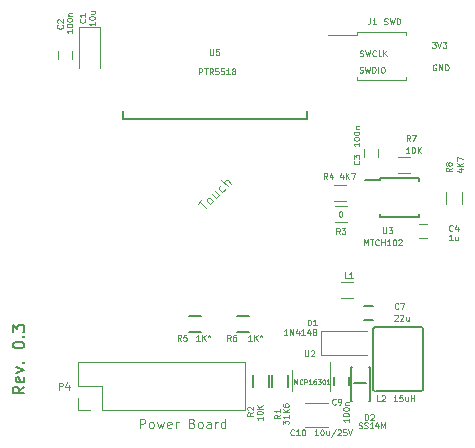
<source format=gto>
%TF.GenerationSoftware,KiCad,Pcbnew,no-vcs-found-6573a43~60~ubuntu16.04.1*%
%TF.CreationDate,2017-10-02T18:35:18+03:00*%
%TF.ProjectId,livolo_1_channel_1way_eu_switch,6C69766F6C6F5F315F6368616E6E656C,rev?*%
%TF.SameCoordinates,Original*%
%TF.FileFunction,Legend,Top*%
%TF.FilePolarity,Positive*%
%FSLAX46Y46*%
G04 Gerber Fmt 4.6, Leading zero omitted, Abs format (unit mm)*
G04 Created by KiCad (PCBNEW no-vcs-found-6573a43~60~ubuntu16.04.1) date Mon Oct  2 18:35:18 2017*
%MOMM*%
%LPD*%
G01*
G04 APERTURE LIST*
%ADD10C,0.200000*%
%ADD11C,0.100000*%
%ADD12C,0.120000*%
%ADD13C,0.150000*%
%ADD14R,2.000000X1.000000*%
%ADD15R,2.500000X0.812800*%
%ADD16R,4.000000X2.000000*%
%ADD17R,1.200000X2.000000*%
%ADD18R,1.200000X1.400000*%
%ADD19R,0.900000X1.200000*%
%ADD20R,0.650000X1.060000*%
%ADD21C,1.500000*%
%ADD22R,1.200000X0.750000*%
%ADD23R,0.750000X1.200000*%
%ADD24R,1.200000X0.900000*%
%ADD25R,0.500000X0.900000*%
%ADD26O,1.350000X1.350000*%
%ADD27R,1.350000X1.350000*%
%ADD28R,1.260000X1.750000*%
%ADD29R,1.000000X1.600000*%
%ADD30R,1.450000X0.450000*%
G04 APERTURE END LIST*
D10*
X126052380Y-108609523D02*
X125576190Y-108942857D01*
X126052380Y-109180952D02*
X125052380Y-109180952D01*
X125052380Y-108800000D01*
X125100000Y-108704761D01*
X125147619Y-108657142D01*
X125242857Y-108609523D01*
X125385714Y-108609523D01*
X125480952Y-108657142D01*
X125528571Y-108704761D01*
X125576190Y-108800000D01*
X125576190Y-109180952D01*
X126004761Y-107800000D02*
X126052380Y-107895238D01*
X126052380Y-108085714D01*
X126004761Y-108180952D01*
X125909523Y-108228571D01*
X125528571Y-108228571D01*
X125433333Y-108180952D01*
X125385714Y-108085714D01*
X125385714Y-107895238D01*
X125433333Y-107800000D01*
X125528571Y-107752380D01*
X125623809Y-107752380D01*
X125719047Y-108228571D01*
X125385714Y-107419047D02*
X126052380Y-107180952D01*
X125385714Y-106942857D01*
X125957142Y-106561904D02*
X126004761Y-106514285D01*
X126052380Y-106561904D01*
X126004761Y-106609523D01*
X125957142Y-106561904D01*
X126052380Y-106561904D01*
X125052380Y-105133333D02*
X125052380Y-105038095D01*
X125100000Y-104942857D01*
X125147619Y-104895238D01*
X125242857Y-104847619D01*
X125433333Y-104800000D01*
X125671428Y-104800000D01*
X125861904Y-104847619D01*
X125957142Y-104895238D01*
X126004761Y-104942857D01*
X126052380Y-105038095D01*
X126052380Y-105133333D01*
X126004761Y-105228571D01*
X125957142Y-105276190D01*
X125861904Y-105323809D01*
X125671428Y-105371428D01*
X125433333Y-105371428D01*
X125242857Y-105323809D01*
X125147619Y-105276190D01*
X125100000Y-105228571D01*
X125052380Y-105133333D01*
X125957142Y-104371428D02*
X126004761Y-104323809D01*
X126052380Y-104371428D01*
X126004761Y-104419047D01*
X125957142Y-104371428D01*
X126052380Y-104371428D01*
X125052380Y-103990476D02*
X125052380Y-103371428D01*
X125433333Y-103704761D01*
X125433333Y-103561904D01*
X125480952Y-103466666D01*
X125528571Y-103419047D01*
X125623809Y-103371428D01*
X125861904Y-103371428D01*
X125957142Y-103419047D01*
X126004761Y-103466666D01*
X126052380Y-103561904D01*
X126052380Y-103847619D01*
X126004761Y-103942857D01*
X125957142Y-103990476D01*
D11*
X154440476Y-82002380D02*
X154511904Y-82026190D01*
X154630952Y-82026190D01*
X154678571Y-82002380D01*
X154702380Y-81978571D01*
X154726190Y-81930952D01*
X154726190Y-81883333D01*
X154702380Y-81835714D01*
X154678571Y-81811904D01*
X154630952Y-81788095D01*
X154535714Y-81764285D01*
X154488095Y-81740476D01*
X154464285Y-81716666D01*
X154440476Y-81669047D01*
X154440476Y-81621428D01*
X154464285Y-81573809D01*
X154488095Y-81550000D01*
X154535714Y-81526190D01*
X154654761Y-81526190D01*
X154726190Y-81550000D01*
X154892857Y-81526190D02*
X155011904Y-82026190D01*
X155107142Y-81669047D01*
X155202380Y-82026190D01*
X155321428Y-81526190D01*
X155511904Y-82026190D02*
X155511904Y-81526190D01*
X155630952Y-81526190D01*
X155702380Y-81550000D01*
X155750000Y-81597619D01*
X155773809Y-81645238D01*
X155797619Y-81740476D01*
X155797619Y-81811904D01*
X155773809Y-81907142D01*
X155750000Y-81954761D01*
X155702380Y-82002380D01*
X155630952Y-82026190D01*
X155511904Y-82026190D01*
X156011904Y-82026190D02*
X156011904Y-81526190D01*
X156345238Y-81526190D02*
X156440476Y-81526190D01*
X156488095Y-81550000D01*
X156535714Y-81597619D01*
X156559523Y-81692857D01*
X156559523Y-81859523D01*
X156535714Y-81954761D01*
X156488095Y-82002380D01*
X156440476Y-82026190D01*
X156345238Y-82026190D01*
X156297619Y-82002380D01*
X156250000Y-81954761D01*
X156226190Y-81859523D01*
X156226190Y-81692857D01*
X156250000Y-81597619D01*
X156297619Y-81550000D01*
X156345238Y-81526190D01*
X160919047Y-81350000D02*
X160871428Y-81326190D01*
X160800000Y-81326190D01*
X160728571Y-81350000D01*
X160680952Y-81397619D01*
X160657142Y-81445238D01*
X160633333Y-81540476D01*
X160633333Y-81611904D01*
X160657142Y-81707142D01*
X160680952Y-81754761D01*
X160728571Y-81802380D01*
X160800000Y-81826190D01*
X160847619Y-81826190D01*
X160919047Y-81802380D01*
X160942857Y-81778571D01*
X160942857Y-81611904D01*
X160847619Y-81611904D01*
X161157142Y-81826190D02*
X161157142Y-81326190D01*
X161442857Y-81826190D01*
X161442857Y-81326190D01*
X161680952Y-81826190D02*
X161680952Y-81326190D01*
X161800000Y-81326190D01*
X161871428Y-81350000D01*
X161919047Y-81397619D01*
X161942857Y-81445238D01*
X161966666Y-81540476D01*
X161966666Y-81611904D01*
X161942857Y-81707142D01*
X161919047Y-81754761D01*
X161871428Y-81802380D01*
X161800000Y-81826190D01*
X161680952Y-81826190D01*
X154469047Y-80602380D02*
X154540476Y-80626190D01*
X154659523Y-80626190D01*
X154707142Y-80602380D01*
X154730952Y-80578571D01*
X154754761Y-80530952D01*
X154754761Y-80483333D01*
X154730952Y-80435714D01*
X154707142Y-80411904D01*
X154659523Y-80388095D01*
X154564285Y-80364285D01*
X154516666Y-80340476D01*
X154492857Y-80316666D01*
X154469047Y-80269047D01*
X154469047Y-80221428D01*
X154492857Y-80173809D01*
X154516666Y-80150000D01*
X154564285Y-80126190D01*
X154683333Y-80126190D01*
X154754761Y-80150000D01*
X154921428Y-80126190D02*
X155040476Y-80626190D01*
X155135714Y-80269047D01*
X155230952Y-80626190D01*
X155350000Y-80126190D01*
X155826190Y-80578571D02*
X155802380Y-80602380D01*
X155730952Y-80626190D01*
X155683333Y-80626190D01*
X155611904Y-80602380D01*
X155564285Y-80554761D01*
X155540476Y-80507142D01*
X155516666Y-80411904D01*
X155516666Y-80340476D01*
X155540476Y-80245238D01*
X155564285Y-80197619D01*
X155611904Y-80150000D01*
X155683333Y-80126190D01*
X155730952Y-80126190D01*
X155802380Y-80150000D01*
X155826190Y-80173809D01*
X156278571Y-80626190D02*
X156040476Y-80626190D01*
X156040476Y-80126190D01*
X156445238Y-80626190D02*
X156445238Y-80126190D01*
X156730952Y-80626190D02*
X156516666Y-80340476D01*
X156730952Y-80126190D02*
X156445238Y-80411904D01*
X160580952Y-79426190D02*
X160890476Y-79426190D01*
X160723809Y-79616666D01*
X160795238Y-79616666D01*
X160842857Y-79640476D01*
X160866666Y-79664285D01*
X160890476Y-79711904D01*
X160890476Y-79830952D01*
X160866666Y-79878571D01*
X160842857Y-79902380D01*
X160795238Y-79926190D01*
X160652380Y-79926190D01*
X160604761Y-79902380D01*
X160580952Y-79878571D01*
X161033333Y-79426190D02*
X161200000Y-79926190D01*
X161366666Y-79426190D01*
X161485714Y-79426190D02*
X161795238Y-79426190D01*
X161628571Y-79616666D01*
X161700000Y-79616666D01*
X161747619Y-79640476D01*
X161771428Y-79664285D01*
X161795238Y-79711904D01*
X161795238Y-79830952D01*
X161771428Y-79878571D01*
X161747619Y-79902380D01*
X161700000Y-79926190D01*
X161557142Y-79926190D01*
X161509523Y-79902380D01*
X161485714Y-79878571D01*
D12*
X151775000Y-78800000D02*
X154215000Y-78800000D01*
X158335000Y-82660000D02*
X158335000Y-82400000D01*
X154215000Y-82660000D02*
X158335000Y-82660000D01*
X154215000Y-82400000D02*
X154215000Y-82660000D01*
X158335000Y-78540000D02*
X158335000Y-78800000D01*
X154215000Y-78540000D02*
X158335000Y-78540000D01*
X154215000Y-78800000D02*
X154215000Y-78540000D01*
D13*
X134374400Y-85929200D02*
X134374400Y-85270074D01*
X149995400Y-85929200D02*
X134374156Y-85929200D01*
X149995400Y-85294200D02*
X149995400Y-85929707D01*
X155600000Y-108875000D02*
X155775000Y-109000000D01*
X159800000Y-108850000D02*
X159675000Y-109000000D01*
X159675000Y-109000000D02*
X155800000Y-109000000D01*
X159800000Y-103650000D02*
X159600000Y-103550000D01*
X159800000Y-108850000D02*
X159800000Y-103650000D01*
X155800000Y-103550000D02*
X159600000Y-103550000D01*
X155600000Y-108875000D02*
X155600000Y-103675000D01*
X155600000Y-103675000D02*
X155800000Y-103550000D01*
D10*
X155000000Y-108300000D02*
X154000000Y-108300000D01*
D13*
X155300000Y-109800000D02*
X155200000Y-109800000D01*
X155300000Y-106900000D02*
X155300000Y-109800000D01*
X153700000Y-106900000D02*
X153700000Y-109801723D01*
X153800000Y-109800000D02*
X153700000Y-109800000D01*
X153800000Y-106900000D02*
X153700000Y-106900000D01*
X155300000Y-106900000D02*
X155200000Y-106900000D01*
X145425000Y-108600000D02*
X145425000Y-107600000D01*
X146775000Y-107600000D02*
X146775000Y-108600000D01*
D12*
X151910000Y-109000000D02*
X151910000Y-106550000D01*
X148690000Y-107200000D02*
X148690000Y-109000000D01*
D13*
X154850000Y-101800000D02*
X155550000Y-101800000D01*
X155550000Y-103000000D02*
X154850000Y-103000000D01*
X152300000Y-108450000D02*
X152300000Y-107750000D01*
X153500000Y-107750000D02*
X153500000Y-108450000D01*
D12*
X151150000Y-103900000D02*
X155050000Y-103900000D01*
X151150000Y-105900000D02*
X155050000Y-105900000D01*
X151150000Y-103900000D02*
X151150000Y-105900000D01*
D13*
X148375000Y-107600000D02*
X148375000Y-108600000D01*
X147025000Y-108600000D02*
X147025000Y-107600000D01*
X141000000Y-103975000D02*
X140000000Y-103975000D01*
X140000000Y-102625000D02*
X141000000Y-102625000D01*
X144100000Y-102625000D02*
X145100000Y-102625000D01*
X145100000Y-103975000D02*
X144100000Y-103975000D01*
D12*
X153900000Y-101080000D02*
X152900000Y-101080000D01*
X152900000Y-99720000D02*
X153900000Y-99720000D01*
X130590000Y-110610000D02*
X130590000Y-109550000D01*
X131650000Y-110610000D02*
X130590000Y-110610000D01*
X132650000Y-108550000D02*
X132650000Y-110610000D01*
X130590000Y-108550000D02*
X132650000Y-108550000D01*
X130590000Y-106490000D02*
X130590000Y-108550000D01*
X144710000Y-106490000D02*
X130590000Y-106490000D01*
X144710000Y-110610000D02*
X144710000Y-106490000D01*
X132650000Y-110610000D02*
X144710000Y-110610000D01*
X132500000Y-78150000D02*
X130700000Y-78150000D01*
X130700000Y-78150000D02*
X130700000Y-81600000D01*
X132500000Y-78150000D02*
X132500000Y-81600000D01*
X130100000Y-80200000D02*
X130100000Y-80900000D01*
X128900000Y-80900000D02*
X128900000Y-80200000D01*
X149800000Y-112020000D02*
X151800000Y-112020000D01*
X151800000Y-109980000D02*
X149800000Y-109980000D01*
X156000000Y-88450000D02*
X156000000Y-89150000D01*
X154800000Y-89150000D02*
X154800000Y-88450000D01*
X159450000Y-94800000D02*
X160150000Y-94800000D01*
X160150000Y-96000000D02*
X159450000Y-96000000D01*
X152350000Y-93320000D02*
X153350000Y-93320000D01*
X153350000Y-94680000D02*
X152350000Y-94680000D01*
X153300000Y-92880000D02*
X152300000Y-92880000D01*
X152300000Y-91520000D02*
X153300000Y-91520000D01*
X158700000Y-90480000D02*
X157700000Y-90480000D01*
X157700000Y-89120000D02*
X158700000Y-89120000D01*
X161720000Y-93100000D02*
X161720000Y-92100000D01*
X163080000Y-92100000D02*
X163080000Y-93100000D01*
D13*
X156125000Y-91100000D02*
X154875000Y-91100000D01*
X156125000Y-94275000D02*
X159475000Y-94275000D01*
X156125000Y-90925000D02*
X159475000Y-90925000D01*
X156125000Y-94275000D02*
X156125000Y-94025000D01*
X159475000Y-94275000D02*
X159475000Y-94025000D01*
X159475000Y-90925000D02*
X159475000Y-91175000D01*
X156125000Y-90925000D02*
X156125000Y-91100000D01*
D11*
X155333333Y-77426190D02*
X155333333Y-77783333D01*
X155309523Y-77854761D01*
X155261904Y-77902380D01*
X155190476Y-77926190D01*
X155142857Y-77926190D01*
X155833333Y-77926190D02*
X155547619Y-77926190D01*
X155690476Y-77926190D02*
X155690476Y-77426190D01*
X155642857Y-77497619D01*
X155595238Y-77545238D01*
X155547619Y-77569047D01*
X156521428Y-77902380D02*
X156592857Y-77926190D01*
X156711904Y-77926190D01*
X156759523Y-77902380D01*
X156783333Y-77878571D01*
X156807142Y-77830952D01*
X156807142Y-77783333D01*
X156783333Y-77735714D01*
X156759523Y-77711904D01*
X156711904Y-77688095D01*
X156616666Y-77664285D01*
X156569047Y-77640476D01*
X156545238Y-77616666D01*
X156521428Y-77569047D01*
X156521428Y-77521428D01*
X156545238Y-77473809D01*
X156569047Y-77450000D01*
X156616666Y-77426190D01*
X156735714Y-77426190D01*
X156807142Y-77450000D01*
X156973809Y-77426190D02*
X157092857Y-77926190D01*
X157188095Y-77569047D01*
X157283333Y-77926190D01*
X157402380Y-77426190D01*
X157592857Y-77926190D02*
X157592857Y-77426190D01*
X157711904Y-77426190D01*
X157783333Y-77450000D01*
X157830952Y-77497619D01*
X157854761Y-77545238D01*
X157878571Y-77640476D01*
X157878571Y-77711904D01*
X157854761Y-77807142D01*
X157830952Y-77854761D01*
X157783333Y-77902380D01*
X157711904Y-77926190D01*
X157592857Y-77926190D01*
X141765847Y-80016590D02*
X141765847Y-80421352D01*
X141789657Y-80468971D01*
X141813466Y-80492780D01*
X141861085Y-80516590D01*
X141956323Y-80516590D01*
X142003942Y-80492780D01*
X142027752Y-80468971D01*
X142051561Y-80421352D01*
X142051561Y-80016590D01*
X142527752Y-80016590D02*
X142289657Y-80016590D01*
X142265847Y-80254685D01*
X142289657Y-80230876D01*
X142337276Y-80207066D01*
X142456323Y-80207066D01*
X142503942Y-80230876D01*
X142527752Y-80254685D01*
X142551561Y-80302304D01*
X142551561Y-80421352D01*
X142527752Y-80468971D01*
X142503942Y-80492780D01*
X142456323Y-80516590D01*
X142337276Y-80516590D01*
X142289657Y-80492780D01*
X142265847Y-80468971D01*
X140851590Y-82167590D02*
X140851590Y-81667590D01*
X141042066Y-81667590D01*
X141089685Y-81691400D01*
X141113495Y-81715209D01*
X141137304Y-81762828D01*
X141137304Y-81834257D01*
X141113495Y-81881876D01*
X141089685Y-81905685D01*
X141042066Y-81929495D01*
X140851590Y-81929495D01*
X141280161Y-81667590D02*
X141565876Y-81667590D01*
X141423019Y-82167590D02*
X141423019Y-81667590D01*
X142018257Y-82167590D02*
X141851590Y-81929495D01*
X141732542Y-82167590D02*
X141732542Y-81667590D01*
X141923019Y-81667590D01*
X141970638Y-81691400D01*
X141994447Y-81715209D01*
X142018257Y-81762828D01*
X142018257Y-81834257D01*
X141994447Y-81881876D01*
X141970638Y-81905685D01*
X141923019Y-81929495D01*
X141732542Y-81929495D01*
X142470638Y-81667590D02*
X142232542Y-81667590D01*
X142208733Y-81905685D01*
X142232542Y-81881876D01*
X142280161Y-81858066D01*
X142399209Y-81858066D01*
X142446828Y-81881876D01*
X142470638Y-81905685D01*
X142494447Y-81953304D01*
X142494447Y-82072352D01*
X142470638Y-82119971D01*
X142446828Y-82143780D01*
X142399209Y-82167590D01*
X142280161Y-82167590D01*
X142232542Y-82143780D01*
X142208733Y-82119971D01*
X142946828Y-81667590D02*
X142708733Y-81667590D01*
X142684923Y-81905685D01*
X142708733Y-81881876D01*
X142756352Y-81858066D01*
X142875400Y-81858066D01*
X142923019Y-81881876D01*
X142946828Y-81905685D01*
X142970638Y-81953304D01*
X142970638Y-82072352D01*
X142946828Y-82119971D01*
X142923019Y-82143780D01*
X142875400Y-82167590D01*
X142756352Y-82167590D01*
X142708733Y-82143780D01*
X142684923Y-82119971D01*
X143446828Y-82167590D02*
X143161114Y-82167590D01*
X143303971Y-82167590D02*
X143303971Y-81667590D01*
X143256352Y-81739019D01*
X143208733Y-81786638D01*
X143161114Y-81810447D01*
X143732542Y-81881876D02*
X143684923Y-81858066D01*
X143661114Y-81834257D01*
X143637304Y-81786638D01*
X143637304Y-81762828D01*
X143661114Y-81715209D01*
X143684923Y-81691400D01*
X143732542Y-81667590D01*
X143827780Y-81667590D01*
X143875400Y-81691400D01*
X143899209Y-81715209D01*
X143923019Y-81762828D01*
X143923019Y-81786638D01*
X143899209Y-81834257D01*
X143875400Y-81858066D01*
X143827780Y-81881876D01*
X143732542Y-81881876D01*
X143684923Y-81905685D01*
X143661114Y-81929495D01*
X143637304Y-81977114D01*
X143637304Y-82072352D01*
X143661114Y-82119971D01*
X143684923Y-82143780D01*
X143732542Y-82167590D01*
X143827780Y-82167590D01*
X143875400Y-82143780D01*
X143899209Y-82119971D01*
X143923019Y-82072352D01*
X143923019Y-81977114D01*
X143899209Y-81929495D01*
X143875400Y-81905685D01*
X143827780Y-81881876D01*
X156166666Y-109826190D02*
X155928571Y-109826190D01*
X155928571Y-109326190D01*
X156309523Y-109373809D02*
X156333333Y-109350000D01*
X156380952Y-109326190D01*
X156500000Y-109326190D01*
X156547619Y-109350000D01*
X156571428Y-109373809D01*
X156595238Y-109421428D01*
X156595238Y-109469047D01*
X156571428Y-109540476D01*
X156285714Y-109826190D01*
X156595238Y-109826190D01*
X157616666Y-109826190D02*
X157330952Y-109826190D01*
X157473809Y-109826190D02*
X157473809Y-109326190D01*
X157426190Y-109397619D01*
X157378571Y-109445238D01*
X157330952Y-109469047D01*
X158069047Y-109326190D02*
X157830952Y-109326190D01*
X157807142Y-109564285D01*
X157830952Y-109540476D01*
X157878571Y-109516666D01*
X157997619Y-109516666D01*
X158045238Y-109540476D01*
X158069047Y-109564285D01*
X158092857Y-109611904D01*
X158092857Y-109730952D01*
X158069047Y-109778571D01*
X158045238Y-109802380D01*
X157997619Y-109826190D01*
X157878571Y-109826190D01*
X157830952Y-109802380D01*
X157807142Y-109778571D01*
X158521428Y-109492857D02*
X158521428Y-109826190D01*
X158307142Y-109492857D02*
X158307142Y-109754761D01*
X158330952Y-109802380D01*
X158378571Y-109826190D01*
X158450000Y-109826190D01*
X158497619Y-109802380D01*
X158521428Y-109778571D01*
X158759523Y-109826190D02*
X158759523Y-109326190D01*
X158759523Y-109564285D02*
X159045238Y-109564285D01*
X159045238Y-109826190D02*
X159045238Y-109326190D01*
X154880952Y-111426190D02*
X154880952Y-110926190D01*
X155000000Y-110926190D01*
X155071428Y-110950000D01*
X155119047Y-110997619D01*
X155142857Y-111045238D01*
X155166666Y-111140476D01*
X155166666Y-111211904D01*
X155142857Y-111307142D01*
X155119047Y-111354761D01*
X155071428Y-111402380D01*
X155000000Y-111426190D01*
X154880952Y-111426190D01*
X155357142Y-110973809D02*
X155380952Y-110950000D01*
X155428571Y-110926190D01*
X155547619Y-110926190D01*
X155595238Y-110950000D01*
X155619047Y-110973809D01*
X155642857Y-111021428D01*
X155642857Y-111069047D01*
X155619047Y-111140476D01*
X155333333Y-111426190D01*
X155642857Y-111426190D01*
X154357142Y-112102380D02*
X154428571Y-112126190D01*
X154547619Y-112126190D01*
X154595238Y-112102380D01*
X154619047Y-112078571D01*
X154642857Y-112030952D01*
X154642857Y-111983333D01*
X154619047Y-111935714D01*
X154595238Y-111911904D01*
X154547619Y-111888095D01*
X154452380Y-111864285D01*
X154404761Y-111840476D01*
X154380952Y-111816666D01*
X154357142Y-111769047D01*
X154357142Y-111721428D01*
X154380952Y-111673809D01*
X154404761Y-111650000D01*
X154452380Y-111626190D01*
X154571428Y-111626190D01*
X154642857Y-111650000D01*
X154833333Y-112102380D02*
X154904761Y-112126190D01*
X155023809Y-112126190D01*
X155071428Y-112102380D01*
X155095238Y-112078571D01*
X155119047Y-112030952D01*
X155119047Y-111983333D01*
X155095238Y-111935714D01*
X155071428Y-111911904D01*
X155023809Y-111888095D01*
X154928571Y-111864285D01*
X154880952Y-111840476D01*
X154857142Y-111816666D01*
X154833333Y-111769047D01*
X154833333Y-111721428D01*
X154857142Y-111673809D01*
X154880952Y-111650000D01*
X154928571Y-111626190D01*
X155047619Y-111626190D01*
X155119047Y-111650000D01*
X155595238Y-112126190D02*
X155309523Y-112126190D01*
X155452380Y-112126190D02*
X155452380Y-111626190D01*
X155404761Y-111697619D01*
X155357142Y-111745238D01*
X155309523Y-111769047D01*
X156023809Y-111792857D02*
X156023809Y-112126190D01*
X155904761Y-111602380D02*
X155785714Y-111959523D01*
X156095238Y-111959523D01*
X156285714Y-112126190D02*
X156285714Y-111626190D01*
X156452380Y-111983333D01*
X156619047Y-111626190D01*
X156619047Y-112126190D01*
X145426190Y-110783333D02*
X145188095Y-110950000D01*
X145426190Y-111069047D02*
X144926190Y-111069047D01*
X144926190Y-110878571D01*
X144950000Y-110830952D01*
X144973809Y-110807142D01*
X145021428Y-110783333D01*
X145092857Y-110783333D01*
X145140476Y-110807142D01*
X145164285Y-110830952D01*
X145188095Y-110878571D01*
X145188095Y-111069047D01*
X144973809Y-110592857D02*
X144950000Y-110569047D01*
X144926190Y-110521428D01*
X144926190Y-110402380D01*
X144950000Y-110354761D01*
X144973809Y-110330952D01*
X145021428Y-110307142D01*
X145069047Y-110307142D01*
X145140476Y-110330952D01*
X145426190Y-110616666D01*
X145426190Y-110307142D01*
X146226190Y-111145238D02*
X146226190Y-111430952D01*
X146226190Y-111288095D02*
X145726190Y-111288095D01*
X145797619Y-111335714D01*
X145845238Y-111383333D01*
X145869047Y-111430952D01*
X145726190Y-110835714D02*
X145726190Y-110788095D01*
X145750000Y-110740476D01*
X145773809Y-110716666D01*
X145821428Y-110692857D01*
X145916666Y-110669047D01*
X146035714Y-110669047D01*
X146130952Y-110692857D01*
X146178571Y-110716666D01*
X146202380Y-110740476D01*
X146226190Y-110788095D01*
X146226190Y-110835714D01*
X146202380Y-110883333D01*
X146178571Y-110907142D01*
X146130952Y-110930952D01*
X146035714Y-110954761D01*
X145916666Y-110954761D01*
X145821428Y-110930952D01*
X145773809Y-110907142D01*
X145750000Y-110883333D01*
X145726190Y-110835714D01*
X146226190Y-110454761D02*
X145726190Y-110454761D01*
X146226190Y-110169047D02*
X145940476Y-110383333D01*
X145726190Y-110169047D02*
X146011904Y-110454761D01*
X149819047Y-105526190D02*
X149819047Y-105930952D01*
X149842857Y-105978571D01*
X149866666Y-106002380D01*
X149914285Y-106026190D01*
X150009523Y-106026190D01*
X150057142Y-106002380D01*
X150080952Y-105978571D01*
X150104761Y-105930952D01*
X150104761Y-105526190D01*
X150319047Y-105573809D02*
X150342857Y-105550000D01*
X150390476Y-105526190D01*
X150509523Y-105526190D01*
X150557142Y-105550000D01*
X150580952Y-105573809D01*
X150604761Y-105621428D01*
X150604761Y-105669047D01*
X150580952Y-105740476D01*
X150295238Y-106026190D01*
X150604761Y-106026190D01*
X148914285Y-108380952D02*
X148914285Y-107980952D01*
X149047619Y-108266666D01*
X149180952Y-107980952D01*
X149180952Y-108380952D01*
X149600000Y-108342857D02*
X149580952Y-108361904D01*
X149523809Y-108380952D01*
X149485714Y-108380952D01*
X149428571Y-108361904D01*
X149390476Y-108323809D01*
X149371428Y-108285714D01*
X149352380Y-108209523D01*
X149352380Y-108152380D01*
X149371428Y-108076190D01*
X149390476Y-108038095D01*
X149428571Y-108000000D01*
X149485714Y-107980952D01*
X149523809Y-107980952D01*
X149580952Y-108000000D01*
X149600000Y-108019047D01*
X149771428Y-108380952D02*
X149771428Y-107980952D01*
X149923809Y-107980952D01*
X149961904Y-108000000D01*
X149980952Y-108019047D01*
X150000000Y-108057142D01*
X150000000Y-108114285D01*
X149980952Y-108152380D01*
X149961904Y-108171428D01*
X149923809Y-108190476D01*
X149771428Y-108190476D01*
X150380952Y-108380952D02*
X150152380Y-108380952D01*
X150266666Y-108380952D02*
X150266666Y-107980952D01*
X150228571Y-108038095D01*
X150190476Y-108076190D01*
X150152380Y-108095238D01*
X150723809Y-107980952D02*
X150647619Y-107980952D01*
X150609523Y-108000000D01*
X150590476Y-108019047D01*
X150552380Y-108076190D01*
X150533333Y-108152380D01*
X150533333Y-108304761D01*
X150552380Y-108342857D01*
X150571428Y-108361904D01*
X150609523Y-108380952D01*
X150685714Y-108380952D01*
X150723809Y-108361904D01*
X150742857Y-108342857D01*
X150761904Y-108304761D01*
X150761904Y-108209523D01*
X150742857Y-108171428D01*
X150723809Y-108152380D01*
X150685714Y-108133333D01*
X150609523Y-108133333D01*
X150571428Y-108152380D01*
X150552380Y-108171428D01*
X150533333Y-108209523D01*
X150895238Y-107980952D02*
X151142857Y-107980952D01*
X151009523Y-108133333D01*
X151066666Y-108133333D01*
X151104761Y-108152380D01*
X151123809Y-108171428D01*
X151142857Y-108209523D01*
X151142857Y-108304761D01*
X151123809Y-108342857D01*
X151104761Y-108361904D01*
X151066666Y-108380952D01*
X150952380Y-108380952D01*
X150914285Y-108361904D01*
X150895238Y-108342857D01*
X151390476Y-107980952D02*
X151428571Y-107980952D01*
X151466666Y-108000000D01*
X151485714Y-108019047D01*
X151504761Y-108057142D01*
X151523809Y-108133333D01*
X151523809Y-108228571D01*
X151504761Y-108304761D01*
X151485714Y-108342857D01*
X151466666Y-108361904D01*
X151428571Y-108380952D01*
X151390476Y-108380952D01*
X151352380Y-108361904D01*
X151333333Y-108342857D01*
X151314285Y-108304761D01*
X151295238Y-108228571D01*
X151295238Y-108133333D01*
X151314285Y-108057142D01*
X151333333Y-108019047D01*
X151352380Y-108000000D01*
X151390476Y-107980952D01*
X151904761Y-108380952D02*
X151676190Y-108380952D01*
X151790476Y-108380952D02*
X151790476Y-107980952D01*
X151752380Y-108038095D01*
X151714285Y-108076190D01*
X151676190Y-108095238D01*
X157716666Y-101978571D02*
X157692857Y-102002380D01*
X157621428Y-102026190D01*
X157573809Y-102026190D01*
X157502380Y-102002380D01*
X157454761Y-101954761D01*
X157430952Y-101907142D01*
X157407142Y-101811904D01*
X157407142Y-101740476D01*
X157430952Y-101645238D01*
X157454761Y-101597619D01*
X157502380Y-101550000D01*
X157573809Y-101526190D01*
X157621428Y-101526190D01*
X157692857Y-101550000D01*
X157716666Y-101573809D01*
X157883333Y-101526190D02*
X158216666Y-101526190D01*
X158002380Y-102026190D01*
X157392857Y-102573809D02*
X157416666Y-102550000D01*
X157464285Y-102526190D01*
X157583333Y-102526190D01*
X157630952Y-102550000D01*
X157654761Y-102573809D01*
X157678571Y-102621428D01*
X157678571Y-102669047D01*
X157654761Y-102740476D01*
X157369047Y-103026190D01*
X157678571Y-103026190D01*
X157869047Y-102573809D02*
X157892857Y-102550000D01*
X157940476Y-102526190D01*
X158059523Y-102526190D01*
X158107142Y-102550000D01*
X158130952Y-102573809D01*
X158154761Y-102621428D01*
X158154761Y-102669047D01*
X158130952Y-102740476D01*
X157845238Y-103026190D01*
X158154761Y-103026190D01*
X158583333Y-102692857D02*
X158583333Y-103026190D01*
X158369047Y-102692857D02*
X158369047Y-102954761D01*
X158392857Y-103002380D01*
X158440476Y-103026190D01*
X158511904Y-103026190D01*
X158559523Y-103002380D01*
X158583333Y-102978571D01*
X152416666Y-110078571D02*
X152392857Y-110102380D01*
X152321428Y-110126190D01*
X152273809Y-110126190D01*
X152202380Y-110102380D01*
X152154761Y-110054761D01*
X152130952Y-110007142D01*
X152107142Y-109911904D01*
X152107142Y-109840476D01*
X152130952Y-109745238D01*
X152154761Y-109697619D01*
X152202380Y-109650000D01*
X152273809Y-109626190D01*
X152321428Y-109626190D01*
X152392857Y-109650000D01*
X152416666Y-109673809D01*
X152654761Y-110126190D02*
X152750000Y-110126190D01*
X152797619Y-110102380D01*
X152821428Y-110078571D01*
X152869047Y-110007142D01*
X152892857Y-109911904D01*
X152892857Y-109721428D01*
X152869047Y-109673809D01*
X152845238Y-109650000D01*
X152797619Y-109626190D01*
X152702380Y-109626190D01*
X152654761Y-109650000D01*
X152630952Y-109673809D01*
X152607142Y-109721428D01*
X152607142Y-109840476D01*
X152630952Y-109888095D01*
X152654761Y-109911904D01*
X152702380Y-109935714D01*
X152797619Y-109935714D01*
X152845238Y-109911904D01*
X152869047Y-109888095D01*
X152892857Y-109840476D01*
X153526190Y-111309523D02*
X153526190Y-111595238D01*
X153526190Y-111452380D02*
X153026190Y-111452380D01*
X153097619Y-111500000D01*
X153145238Y-111547619D01*
X153169047Y-111595238D01*
X153026190Y-111000000D02*
X153026190Y-110952380D01*
X153050000Y-110904761D01*
X153073809Y-110880952D01*
X153121428Y-110857142D01*
X153216666Y-110833333D01*
X153335714Y-110833333D01*
X153430952Y-110857142D01*
X153478571Y-110880952D01*
X153502380Y-110904761D01*
X153526190Y-110952380D01*
X153526190Y-111000000D01*
X153502380Y-111047619D01*
X153478571Y-111071428D01*
X153430952Y-111095238D01*
X153335714Y-111119047D01*
X153216666Y-111119047D01*
X153121428Y-111095238D01*
X153073809Y-111071428D01*
X153050000Y-111047619D01*
X153026190Y-111000000D01*
X153026190Y-110523809D02*
X153026190Y-110476190D01*
X153050000Y-110428571D01*
X153073809Y-110404761D01*
X153121428Y-110380952D01*
X153216666Y-110357142D01*
X153335714Y-110357142D01*
X153430952Y-110380952D01*
X153478571Y-110404761D01*
X153502380Y-110428571D01*
X153526190Y-110476190D01*
X153526190Y-110523809D01*
X153502380Y-110571428D01*
X153478571Y-110595238D01*
X153430952Y-110619047D01*
X153335714Y-110642857D01*
X153216666Y-110642857D01*
X153121428Y-110619047D01*
X153073809Y-110595238D01*
X153050000Y-110571428D01*
X153026190Y-110523809D01*
X153192857Y-110142857D02*
X153526190Y-110142857D01*
X153240476Y-110142857D02*
X153216666Y-110119047D01*
X153192857Y-110071428D01*
X153192857Y-110000000D01*
X153216666Y-109952380D01*
X153264285Y-109928571D01*
X153526190Y-109928571D01*
X150030952Y-103426190D02*
X150030952Y-102926190D01*
X150150000Y-102926190D01*
X150221428Y-102950000D01*
X150269047Y-102997619D01*
X150292857Y-103045238D01*
X150316666Y-103140476D01*
X150316666Y-103211904D01*
X150292857Y-103307142D01*
X150269047Y-103354761D01*
X150221428Y-103402380D01*
X150150000Y-103426190D01*
X150030952Y-103426190D01*
X150792857Y-103426190D02*
X150507142Y-103426190D01*
X150650000Y-103426190D02*
X150650000Y-102926190D01*
X150602380Y-102997619D01*
X150554761Y-103045238D01*
X150507142Y-103069047D01*
X148328571Y-104226190D02*
X148042857Y-104226190D01*
X148185714Y-104226190D02*
X148185714Y-103726190D01*
X148138095Y-103797619D01*
X148090476Y-103845238D01*
X148042857Y-103869047D01*
X148542857Y-104226190D02*
X148542857Y-103726190D01*
X148828571Y-104226190D01*
X148828571Y-103726190D01*
X149280952Y-103892857D02*
X149280952Y-104226190D01*
X149161904Y-103702380D02*
X149042857Y-104059523D01*
X149352380Y-104059523D01*
X149804761Y-104226190D02*
X149519047Y-104226190D01*
X149661904Y-104226190D02*
X149661904Y-103726190D01*
X149614285Y-103797619D01*
X149566666Y-103845238D01*
X149519047Y-103869047D01*
X150233333Y-103892857D02*
X150233333Y-104226190D01*
X150114285Y-103702380D02*
X149995238Y-104059523D01*
X150304761Y-104059523D01*
X150566666Y-103940476D02*
X150519047Y-103916666D01*
X150495238Y-103892857D01*
X150471428Y-103845238D01*
X150471428Y-103821428D01*
X150495238Y-103773809D01*
X150519047Y-103750000D01*
X150566666Y-103726190D01*
X150661904Y-103726190D01*
X150709523Y-103750000D01*
X150733333Y-103773809D01*
X150757142Y-103821428D01*
X150757142Y-103845238D01*
X150733333Y-103892857D01*
X150709523Y-103916666D01*
X150661904Y-103940476D01*
X150566666Y-103940476D01*
X150519047Y-103964285D01*
X150495238Y-103988095D01*
X150471428Y-104035714D01*
X150471428Y-104130952D01*
X150495238Y-104178571D01*
X150519047Y-104202380D01*
X150566666Y-104226190D01*
X150661904Y-104226190D01*
X150709523Y-104202380D01*
X150733333Y-104178571D01*
X150757142Y-104130952D01*
X150757142Y-104035714D01*
X150733333Y-103988095D01*
X150709523Y-103964285D01*
X150661904Y-103940476D01*
X147726190Y-110983333D02*
X147488095Y-111150000D01*
X147726190Y-111269047D02*
X147226190Y-111269047D01*
X147226190Y-111078571D01*
X147250000Y-111030952D01*
X147273809Y-111007142D01*
X147321428Y-110983333D01*
X147392857Y-110983333D01*
X147440476Y-111007142D01*
X147464285Y-111030952D01*
X147488095Y-111078571D01*
X147488095Y-111269047D01*
X147726190Y-110507142D02*
X147726190Y-110792857D01*
X147726190Y-110650000D02*
X147226190Y-110650000D01*
X147297619Y-110697619D01*
X147345238Y-110745238D01*
X147369047Y-110792857D01*
X147926190Y-111792857D02*
X147926190Y-111483333D01*
X148116666Y-111650000D01*
X148116666Y-111578571D01*
X148140476Y-111530952D01*
X148164285Y-111507142D01*
X148211904Y-111483333D01*
X148330952Y-111483333D01*
X148378571Y-111507142D01*
X148402380Y-111530952D01*
X148426190Y-111578571D01*
X148426190Y-111721428D01*
X148402380Y-111769047D01*
X148378571Y-111792857D01*
X148426190Y-111007142D02*
X148426190Y-111292857D01*
X148426190Y-111150000D02*
X147926190Y-111150000D01*
X147997619Y-111197619D01*
X148045238Y-111245238D01*
X148069047Y-111292857D01*
X148426190Y-110792857D02*
X147926190Y-110792857D01*
X148426190Y-110507142D02*
X148140476Y-110721428D01*
X147926190Y-110507142D02*
X148211904Y-110792857D01*
X147926190Y-110078571D02*
X147926190Y-110173809D01*
X147950000Y-110221428D01*
X147973809Y-110245238D01*
X148045238Y-110292857D01*
X148140476Y-110316666D01*
X148330952Y-110316666D01*
X148378571Y-110292857D01*
X148402380Y-110269047D01*
X148426190Y-110221428D01*
X148426190Y-110126190D01*
X148402380Y-110078571D01*
X148378571Y-110054761D01*
X148330952Y-110030952D01*
X148211904Y-110030952D01*
X148164285Y-110054761D01*
X148140476Y-110078571D01*
X148116666Y-110126190D01*
X148116666Y-110221428D01*
X148140476Y-110269047D01*
X148164285Y-110292857D01*
X148211904Y-110316666D01*
X139316666Y-104726190D02*
X139150000Y-104488095D01*
X139030952Y-104726190D02*
X139030952Y-104226190D01*
X139221428Y-104226190D01*
X139269047Y-104250000D01*
X139292857Y-104273809D01*
X139316666Y-104321428D01*
X139316666Y-104392857D01*
X139292857Y-104440476D01*
X139269047Y-104464285D01*
X139221428Y-104488095D01*
X139030952Y-104488095D01*
X139769047Y-104226190D02*
X139530952Y-104226190D01*
X139507142Y-104464285D01*
X139530952Y-104440476D01*
X139578571Y-104416666D01*
X139697619Y-104416666D01*
X139745238Y-104440476D01*
X139769047Y-104464285D01*
X139792857Y-104511904D01*
X139792857Y-104630952D01*
X139769047Y-104678571D01*
X139745238Y-104702380D01*
X139697619Y-104726190D01*
X139578571Y-104726190D01*
X139530952Y-104702380D01*
X139507142Y-104678571D01*
X140902380Y-104726190D02*
X140616666Y-104726190D01*
X140759523Y-104726190D02*
X140759523Y-104226190D01*
X140711904Y-104297619D01*
X140664285Y-104345238D01*
X140616666Y-104369047D01*
X141116666Y-104726190D02*
X141116666Y-104226190D01*
X141402380Y-104726190D02*
X141188095Y-104440476D01*
X141402380Y-104226190D02*
X141116666Y-104511904D01*
X141688095Y-104226190D02*
X141688095Y-104345238D01*
X141569047Y-104297619D02*
X141688095Y-104345238D01*
X141807142Y-104297619D01*
X141616666Y-104440476D02*
X141688095Y-104345238D01*
X141759523Y-104440476D01*
X143516666Y-104726190D02*
X143350000Y-104488095D01*
X143230952Y-104726190D02*
X143230952Y-104226190D01*
X143421428Y-104226190D01*
X143469047Y-104250000D01*
X143492857Y-104273809D01*
X143516666Y-104321428D01*
X143516666Y-104392857D01*
X143492857Y-104440476D01*
X143469047Y-104464285D01*
X143421428Y-104488095D01*
X143230952Y-104488095D01*
X143945238Y-104226190D02*
X143850000Y-104226190D01*
X143802380Y-104250000D01*
X143778571Y-104273809D01*
X143730952Y-104345238D01*
X143707142Y-104440476D01*
X143707142Y-104630952D01*
X143730952Y-104678571D01*
X143754761Y-104702380D01*
X143802380Y-104726190D01*
X143897619Y-104726190D01*
X143945238Y-104702380D01*
X143969047Y-104678571D01*
X143992857Y-104630952D01*
X143992857Y-104511904D01*
X143969047Y-104464285D01*
X143945238Y-104440476D01*
X143897619Y-104416666D01*
X143802380Y-104416666D01*
X143754761Y-104440476D01*
X143730952Y-104464285D01*
X143707142Y-104511904D01*
X145302380Y-104726190D02*
X145016666Y-104726190D01*
X145159523Y-104726190D02*
X145159523Y-104226190D01*
X145111904Y-104297619D01*
X145064285Y-104345238D01*
X145016666Y-104369047D01*
X145516666Y-104726190D02*
X145516666Y-104226190D01*
X145802380Y-104726190D02*
X145588095Y-104440476D01*
X145802380Y-104226190D02*
X145516666Y-104511904D01*
X146088095Y-104226190D02*
X146088095Y-104345238D01*
X145969047Y-104297619D02*
X146088095Y-104345238D01*
X146207142Y-104297619D01*
X146016666Y-104440476D02*
X146088095Y-104345238D01*
X146159523Y-104440476D01*
X153416666Y-99426190D02*
X153178571Y-99426190D01*
X153178571Y-98926190D01*
X153845238Y-99426190D02*
X153559523Y-99426190D01*
X153702380Y-99426190D02*
X153702380Y-98926190D01*
X153654761Y-98997619D01*
X153607142Y-99045238D01*
X153559523Y-99069047D01*
X128957142Y-108871428D02*
X128957142Y-108271428D01*
X129185714Y-108271428D01*
X129242857Y-108300000D01*
X129271428Y-108328571D01*
X129300000Y-108385714D01*
X129300000Y-108471428D01*
X129271428Y-108528571D01*
X129242857Y-108557142D01*
X129185714Y-108585714D01*
X128957142Y-108585714D01*
X129814285Y-108471428D02*
X129814285Y-108871428D01*
X129671428Y-108242857D02*
X129528571Y-108671428D01*
X129900000Y-108671428D01*
D12*
X135830952Y-112111904D02*
X135830952Y-111311904D01*
X136135714Y-111311904D01*
X136211904Y-111350000D01*
X136250000Y-111388095D01*
X136288095Y-111464285D01*
X136288095Y-111578571D01*
X136250000Y-111654761D01*
X136211904Y-111692857D01*
X136135714Y-111730952D01*
X135830952Y-111730952D01*
X136745238Y-112111904D02*
X136669047Y-112073809D01*
X136630952Y-112035714D01*
X136592857Y-111959523D01*
X136592857Y-111730952D01*
X136630952Y-111654761D01*
X136669047Y-111616666D01*
X136745238Y-111578571D01*
X136859523Y-111578571D01*
X136935714Y-111616666D01*
X136973809Y-111654761D01*
X137011904Y-111730952D01*
X137011904Y-111959523D01*
X136973809Y-112035714D01*
X136935714Y-112073809D01*
X136859523Y-112111904D01*
X136745238Y-112111904D01*
X137278571Y-111578571D02*
X137430952Y-112111904D01*
X137583333Y-111730952D01*
X137735714Y-112111904D01*
X137888095Y-111578571D01*
X138497619Y-112073809D02*
X138421428Y-112111904D01*
X138269047Y-112111904D01*
X138192857Y-112073809D01*
X138154761Y-111997619D01*
X138154761Y-111692857D01*
X138192857Y-111616666D01*
X138269047Y-111578571D01*
X138421428Y-111578571D01*
X138497619Y-111616666D01*
X138535714Y-111692857D01*
X138535714Y-111769047D01*
X138154761Y-111845238D01*
X138878571Y-112111904D02*
X138878571Y-111578571D01*
X138878571Y-111730952D02*
X138916666Y-111654761D01*
X138954761Y-111616666D01*
X139030952Y-111578571D01*
X139107142Y-111578571D01*
X140250000Y-111692857D02*
X140364285Y-111730952D01*
X140402380Y-111769047D01*
X140440476Y-111845238D01*
X140440476Y-111959523D01*
X140402380Y-112035714D01*
X140364285Y-112073809D01*
X140288095Y-112111904D01*
X139983333Y-112111904D01*
X139983333Y-111311904D01*
X140250000Y-111311904D01*
X140326190Y-111350000D01*
X140364285Y-111388095D01*
X140402380Y-111464285D01*
X140402380Y-111540476D01*
X140364285Y-111616666D01*
X140326190Y-111654761D01*
X140250000Y-111692857D01*
X139983333Y-111692857D01*
X140897619Y-112111904D02*
X140821428Y-112073809D01*
X140783333Y-112035714D01*
X140745238Y-111959523D01*
X140745238Y-111730952D01*
X140783333Y-111654761D01*
X140821428Y-111616666D01*
X140897619Y-111578571D01*
X141011904Y-111578571D01*
X141088095Y-111616666D01*
X141126190Y-111654761D01*
X141164285Y-111730952D01*
X141164285Y-111959523D01*
X141126190Y-112035714D01*
X141088095Y-112073809D01*
X141011904Y-112111904D01*
X140897619Y-112111904D01*
X141850000Y-112111904D02*
X141850000Y-111692857D01*
X141811904Y-111616666D01*
X141735714Y-111578571D01*
X141583333Y-111578571D01*
X141507142Y-111616666D01*
X141850000Y-112073809D02*
X141773809Y-112111904D01*
X141583333Y-112111904D01*
X141507142Y-112073809D01*
X141469047Y-111997619D01*
X141469047Y-111921428D01*
X141507142Y-111845238D01*
X141583333Y-111807142D01*
X141773809Y-111807142D01*
X141850000Y-111769047D01*
X142230952Y-112111904D02*
X142230952Y-111578571D01*
X142230952Y-111730952D02*
X142269047Y-111654761D01*
X142307142Y-111616666D01*
X142383333Y-111578571D01*
X142459523Y-111578571D01*
X143069047Y-112111904D02*
X143069047Y-111311904D01*
X143069047Y-112073809D02*
X142992857Y-112111904D01*
X142840476Y-112111904D01*
X142764285Y-112073809D01*
X142726190Y-112035714D01*
X142688095Y-111959523D01*
X142688095Y-111730952D01*
X142726190Y-111654761D01*
X142764285Y-111616666D01*
X142840476Y-111578571D01*
X142992857Y-111578571D01*
X143069047Y-111616666D01*
D11*
X131178571Y-77483333D02*
X131202380Y-77507142D01*
X131226190Y-77578571D01*
X131226190Y-77626190D01*
X131202380Y-77697619D01*
X131154761Y-77745238D01*
X131107142Y-77769047D01*
X131011904Y-77792857D01*
X130940476Y-77792857D01*
X130845238Y-77769047D01*
X130797619Y-77745238D01*
X130750000Y-77697619D01*
X130726190Y-77626190D01*
X130726190Y-77578571D01*
X130750000Y-77507142D01*
X130773809Y-77483333D01*
X131226190Y-77007142D02*
X131226190Y-77292857D01*
X131226190Y-77150000D02*
X130726190Y-77150000D01*
X130797619Y-77197619D01*
X130845238Y-77245238D01*
X130869047Y-77292857D01*
X132026190Y-77721428D02*
X132026190Y-78007142D01*
X132026190Y-77864285D02*
X131526190Y-77864285D01*
X131597619Y-77911904D01*
X131645238Y-77959523D01*
X131669047Y-78007142D01*
X131526190Y-77411904D02*
X131526190Y-77364285D01*
X131550000Y-77316666D01*
X131573809Y-77292857D01*
X131621428Y-77269047D01*
X131716666Y-77245238D01*
X131835714Y-77245238D01*
X131930952Y-77269047D01*
X131978571Y-77292857D01*
X132002380Y-77316666D01*
X132026190Y-77364285D01*
X132026190Y-77411904D01*
X132002380Y-77459523D01*
X131978571Y-77483333D01*
X131930952Y-77507142D01*
X131835714Y-77530952D01*
X131716666Y-77530952D01*
X131621428Y-77507142D01*
X131573809Y-77483333D01*
X131550000Y-77459523D01*
X131526190Y-77411904D01*
X131692857Y-76816666D02*
X132026190Y-76816666D01*
X131692857Y-77030952D02*
X131954761Y-77030952D01*
X132002380Y-77007142D01*
X132026190Y-76959523D01*
X132026190Y-76888095D01*
X132002380Y-76840476D01*
X131978571Y-76816666D01*
X129278571Y-77983333D02*
X129302380Y-78007142D01*
X129326190Y-78078571D01*
X129326190Y-78126190D01*
X129302380Y-78197619D01*
X129254761Y-78245238D01*
X129207142Y-78269047D01*
X129111904Y-78292857D01*
X129040476Y-78292857D01*
X128945238Y-78269047D01*
X128897619Y-78245238D01*
X128850000Y-78197619D01*
X128826190Y-78126190D01*
X128826190Y-78078571D01*
X128850000Y-78007142D01*
X128873809Y-77983333D01*
X128873809Y-77792857D02*
X128850000Y-77769047D01*
X128826190Y-77721428D01*
X128826190Y-77602380D01*
X128850000Y-77554761D01*
X128873809Y-77530952D01*
X128921428Y-77507142D01*
X128969047Y-77507142D01*
X129040476Y-77530952D01*
X129326190Y-77816666D01*
X129326190Y-77507142D01*
X130126190Y-78359523D02*
X130126190Y-78645238D01*
X130126190Y-78502380D02*
X129626190Y-78502380D01*
X129697619Y-78550000D01*
X129745238Y-78597619D01*
X129769047Y-78645238D01*
X129626190Y-78050000D02*
X129626190Y-78002380D01*
X129650000Y-77954761D01*
X129673809Y-77930952D01*
X129721428Y-77907142D01*
X129816666Y-77883333D01*
X129935714Y-77883333D01*
X130030952Y-77907142D01*
X130078571Y-77930952D01*
X130102380Y-77954761D01*
X130126190Y-78002380D01*
X130126190Y-78050000D01*
X130102380Y-78097619D01*
X130078571Y-78121428D01*
X130030952Y-78145238D01*
X129935714Y-78169047D01*
X129816666Y-78169047D01*
X129721428Y-78145238D01*
X129673809Y-78121428D01*
X129650000Y-78097619D01*
X129626190Y-78050000D01*
X129626190Y-77573809D02*
X129626190Y-77526190D01*
X129650000Y-77478571D01*
X129673809Y-77454761D01*
X129721428Y-77430952D01*
X129816666Y-77407142D01*
X129935714Y-77407142D01*
X130030952Y-77430952D01*
X130078571Y-77454761D01*
X130102380Y-77478571D01*
X130126190Y-77526190D01*
X130126190Y-77573809D01*
X130102380Y-77621428D01*
X130078571Y-77645238D01*
X130030952Y-77669047D01*
X129935714Y-77692857D01*
X129816666Y-77692857D01*
X129721428Y-77669047D01*
X129673809Y-77645238D01*
X129650000Y-77621428D01*
X129626190Y-77573809D01*
X129792857Y-77192857D02*
X130126190Y-77192857D01*
X129840476Y-77192857D02*
X129816666Y-77169047D01*
X129792857Y-77121428D01*
X129792857Y-77050000D01*
X129816666Y-77002380D01*
X129864285Y-76978571D01*
X130126190Y-76978571D01*
X148878571Y-112678571D02*
X148854761Y-112702380D01*
X148783333Y-112726190D01*
X148735714Y-112726190D01*
X148664285Y-112702380D01*
X148616666Y-112654761D01*
X148592857Y-112607142D01*
X148569047Y-112511904D01*
X148569047Y-112440476D01*
X148592857Y-112345238D01*
X148616666Y-112297619D01*
X148664285Y-112250000D01*
X148735714Y-112226190D01*
X148783333Y-112226190D01*
X148854761Y-112250000D01*
X148878571Y-112273809D01*
X149354761Y-112726190D02*
X149069047Y-112726190D01*
X149211904Y-112726190D02*
X149211904Y-112226190D01*
X149164285Y-112297619D01*
X149116666Y-112345238D01*
X149069047Y-112369047D01*
X149664285Y-112226190D02*
X149711904Y-112226190D01*
X149759523Y-112250000D01*
X149783333Y-112273809D01*
X149807142Y-112321428D01*
X149830952Y-112416666D01*
X149830952Y-112535714D01*
X149807142Y-112630952D01*
X149783333Y-112678571D01*
X149759523Y-112702380D01*
X149711904Y-112726190D01*
X149664285Y-112726190D01*
X149616666Y-112702380D01*
X149592857Y-112678571D01*
X149569047Y-112630952D01*
X149545238Y-112535714D01*
X149545238Y-112416666D01*
X149569047Y-112321428D01*
X149592857Y-112273809D01*
X149616666Y-112250000D01*
X149664285Y-112226190D01*
X150926190Y-112726190D02*
X150640476Y-112726190D01*
X150783333Y-112726190D02*
X150783333Y-112226190D01*
X150735714Y-112297619D01*
X150688095Y-112345238D01*
X150640476Y-112369047D01*
X151235714Y-112226190D02*
X151283333Y-112226190D01*
X151330952Y-112250000D01*
X151354761Y-112273809D01*
X151378571Y-112321428D01*
X151402380Y-112416666D01*
X151402380Y-112535714D01*
X151378571Y-112630952D01*
X151354761Y-112678571D01*
X151330952Y-112702380D01*
X151283333Y-112726190D01*
X151235714Y-112726190D01*
X151188095Y-112702380D01*
X151164285Y-112678571D01*
X151140476Y-112630952D01*
X151116666Y-112535714D01*
X151116666Y-112416666D01*
X151140476Y-112321428D01*
X151164285Y-112273809D01*
X151188095Y-112250000D01*
X151235714Y-112226190D01*
X151830952Y-112392857D02*
X151830952Y-112726190D01*
X151616666Y-112392857D02*
X151616666Y-112654761D01*
X151640476Y-112702380D01*
X151688095Y-112726190D01*
X151759523Y-112726190D01*
X151807142Y-112702380D01*
X151830952Y-112678571D01*
X152426190Y-112202380D02*
X151997619Y-112845238D01*
X152569047Y-112273809D02*
X152592857Y-112250000D01*
X152640476Y-112226190D01*
X152759523Y-112226190D01*
X152807142Y-112250000D01*
X152830952Y-112273809D01*
X152854761Y-112321428D01*
X152854761Y-112369047D01*
X152830952Y-112440476D01*
X152545238Y-112726190D01*
X152854761Y-112726190D01*
X153307142Y-112226190D02*
X153069047Y-112226190D01*
X153045238Y-112464285D01*
X153069047Y-112440476D01*
X153116666Y-112416666D01*
X153235714Y-112416666D01*
X153283333Y-112440476D01*
X153307142Y-112464285D01*
X153330952Y-112511904D01*
X153330952Y-112630952D01*
X153307142Y-112678571D01*
X153283333Y-112702380D01*
X153235714Y-112726190D01*
X153116666Y-112726190D01*
X153069047Y-112702380D01*
X153045238Y-112678571D01*
X153473809Y-112226190D02*
X153640476Y-112726190D01*
X153807142Y-112226190D01*
X154378571Y-89483333D02*
X154402380Y-89507142D01*
X154426190Y-89578571D01*
X154426190Y-89626190D01*
X154402380Y-89697619D01*
X154354761Y-89745238D01*
X154307142Y-89769047D01*
X154211904Y-89792857D01*
X154140476Y-89792857D01*
X154045238Y-89769047D01*
X153997619Y-89745238D01*
X153950000Y-89697619D01*
X153926190Y-89626190D01*
X153926190Y-89578571D01*
X153950000Y-89507142D01*
X153973809Y-89483333D01*
X153926190Y-89316666D02*
X153926190Y-89007142D01*
X154116666Y-89173809D01*
X154116666Y-89102380D01*
X154140476Y-89054761D01*
X154164285Y-89030952D01*
X154211904Y-89007142D01*
X154330952Y-89007142D01*
X154378571Y-89030952D01*
X154402380Y-89054761D01*
X154426190Y-89102380D01*
X154426190Y-89245238D01*
X154402380Y-89292857D01*
X154378571Y-89316666D01*
X154426190Y-87959523D02*
X154426190Y-88245238D01*
X154426190Y-88102380D02*
X153926190Y-88102380D01*
X153997619Y-88150000D01*
X154045238Y-88197619D01*
X154069047Y-88245238D01*
X153926190Y-87650000D02*
X153926190Y-87602380D01*
X153950000Y-87554761D01*
X153973809Y-87530952D01*
X154021428Y-87507142D01*
X154116666Y-87483333D01*
X154235714Y-87483333D01*
X154330952Y-87507142D01*
X154378571Y-87530952D01*
X154402380Y-87554761D01*
X154426190Y-87602380D01*
X154426190Y-87650000D01*
X154402380Y-87697619D01*
X154378571Y-87721428D01*
X154330952Y-87745238D01*
X154235714Y-87769047D01*
X154116666Y-87769047D01*
X154021428Y-87745238D01*
X153973809Y-87721428D01*
X153950000Y-87697619D01*
X153926190Y-87650000D01*
X153926190Y-87173809D02*
X153926190Y-87126190D01*
X153950000Y-87078571D01*
X153973809Y-87054761D01*
X154021428Y-87030952D01*
X154116666Y-87007142D01*
X154235714Y-87007142D01*
X154330952Y-87030952D01*
X154378571Y-87054761D01*
X154402380Y-87078571D01*
X154426190Y-87126190D01*
X154426190Y-87173809D01*
X154402380Y-87221428D01*
X154378571Y-87245238D01*
X154330952Y-87269047D01*
X154235714Y-87292857D01*
X154116666Y-87292857D01*
X154021428Y-87269047D01*
X153973809Y-87245238D01*
X153950000Y-87221428D01*
X153926190Y-87173809D01*
X154092857Y-86792857D02*
X154426190Y-86792857D01*
X154140476Y-86792857D02*
X154116666Y-86769047D01*
X154092857Y-86721428D01*
X154092857Y-86650000D01*
X154116666Y-86602380D01*
X154164285Y-86578571D01*
X154426190Y-86578571D01*
X162316666Y-95378571D02*
X162292857Y-95402380D01*
X162221428Y-95426190D01*
X162173809Y-95426190D01*
X162102380Y-95402380D01*
X162054761Y-95354761D01*
X162030952Y-95307142D01*
X162007142Y-95211904D01*
X162007142Y-95140476D01*
X162030952Y-95045238D01*
X162054761Y-94997619D01*
X162102380Y-94950000D01*
X162173809Y-94926190D01*
X162221428Y-94926190D01*
X162292857Y-94950000D01*
X162316666Y-94973809D01*
X162745238Y-95092857D02*
X162745238Y-95426190D01*
X162626190Y-94902380D02*
X162507142Y-95259523D01*
X162816666Y-95259523D01*
X162316666Y-96226190D02*
X162030952Y-96226190D01*
X162173809Y-96226190D02*
X162173809Y-95726190D01*
X162126190Y-95797619D01*
X162078571Y-95845238D01*
X162030952Y-95869047D01*
X162745238Y-95892857D02*
X162745238Y-96226190D01*
X162530952Y-95892857D02*
X162530952Y-96154761D01*
X162554761Y-96202380D01*
X162602380Y-96226190D01*
X162673809Y-96226190D01*
X162721428Y-96202380D01*
X162745238Y-96178571D01*
X152766666Y-95676190D02*
X152600000Y-95438095D01*
X152480952Y-95676190D02*
X152480952Y-95176190D01*
X152671428Y-95176190D01*
X152719047Y-95200000D01*
X152742857Y-95223809D01*
X152766666Y-95271428D01*
X152766666Y-95342857D01*
X152742857Y-95390476D01*
X152719047Y-95414285D01*
X152671428Y-95438095D01*
X152480952Y-95438095D01*
X152933333Y-95176190D02*
X153242857Y-95176190D01*
X153076190Y-95366666D01*
X153147619Y-95366666D01*
X153195238Y-95390476D01*
X153219047Y-95414285D01*
X153242857Y-95461904D01*
X153242857Y-95580952D01*
X153219047Y-95628571D01*
X153195238Y-95652380D01*
X153147619Y-95676190D01*
X153004761Y-95676190D01*
X152957142Y-95652380D01*
X152933333Y-95628571D01*
X152811191Y-93733690D02*
X152858810Y-93733690D01*
X152906429Y-93757500D01*
X152930239Y-93781309D01*
X152954048Y-93828928D01*
X152977858Y-93924166D01*
X152977858Y-94043214D01*
X152954048Y-94138452D01*
X152930239Y-94186071D01*
X152906429Y-94209880D01*
X152858810Y-94233690D01*
X152811191Y-94233690D01*
X152763572Y-94209880D01*
X152739762Y-94186071D01*
X152715953Y-94138452D01*
X152692143Y-94043214D01*
X152692143Y-93924166D01*
X152715953Y-93828928D01*
X152739762Y-93781309D01*
X152763572Y-93757500D01*
X152811191Y-93733690D01*
X151716666Y-91026190D02*
X151550000Y-90788095D01*
X151430952Y-91026190D02*
X151430952Y-90526190D01*
X151621428Y-90526190D01*
X151669047Y-90550000D01*
X151692857Y-90573809D01*
X151716666Y-90621428D01*
X151716666Y-90692857D01*
X151692857Y-90740476D01*
X151669047Y-90764285D01*
X151621428Y-90788095D01*
X151430952Y-90788095D01*
X152145238Y-90692857D02*
X152145238Y-91026190D01*
X152026190Y-90502380D02*
X151907142Y-90859523D01*
X152216666Y-90859523D01*
X153007142Y-90692857D02*
X153007142Y-91026190D01*
X152888095Y-90502380D02*
X152769047Y-90859523D01*
X153078571Y-90859523D01*
X153269047Y-91026190D02*
X153269047Y-90526190D01*
X153554761Y-91026190D02*
X153340476Y-90740476D01*
X153554761Y-90526190D02*
X153269047Y-90811904D01*
X153721428Y-90526190D02*
X154054761Y-90526190D01*
X153840476Y-91026190D01*
X158716666Y-87826190D02*
X158550000Y-87588095D01*
X158430952Y-87826190D02*
X158430952Y-87326190D01*
X158621428Y-87326190D01*
X158669047Y-87350000D01*
X158692857Y-87373809D01*
X158716666Y-87421428D01*
X158716666Y-87492857D01*
X158692857Y-87540476D01*
X158669047Y-87564285D01*
X158621428Y-87588095D01*
X158430952Y-87588095D01*
X158883333Y-87326190D02*
X159216666Y-87326190D01*
X159002380Y-87826190D01*
X158654761Y-88826190D02*
X158369047Y-88826190D01*
X158511904Y-88826190D02*
X158511904Y-88326190D01*
X158464285Y-88397619D01*
X158416666Y-88445238D01*
X158369047Y-88469047D01*
X158964285Y-88326190D02*
X159011904Y-88326190D01*
X159059523Y-88350000D01*
X159083333Y-88373809D01*
X159107142Y-88421428D01*
X159130952Y-88516666D01*
X159130952Y-88635714D01*
X159107142Y-88730952D01*
X159083333Y-88778571D01*
X159059523Y-88802380D01*
X159011904Y-88826190D01*
X158964285Y-88826190D01*
X158916666Y-88802380D01*
X158892857Y-88778571D01*
X158869047Y-88730952D01*
X158845238Y-88635714D01*
X158845238Y-88516666D01*
X158869047Y-88421428D01*
X158892857Y-88373809D01*
X158916666Y-88350000D01*
X158964285Y-88326190D01*
X159345238Y-88826190D02*
X159345238Y-88326190D01*
X159630952Y-88826190D02*
X159416666Y-88540476D01*
X159630952Y-88326190D02*
X159345238Y-88611904D01*
X162226190Y-90083333D02*
X161988095Y-90250000D01*
X162226190Y-90369047D02*
X161726190Y-90369047D01*
X161726190Y-90178571D01*
X161750000Y-90130952D01*
X161773809Y-90107142D01*
X161821428Y-90083333D01*
X161892857Y-90083333D01*
X161940476Y-90107142D01*
X161964285Y-90130952D01*
X161988095Y-90178571D01*
X161988095Y-90369047D01*
X161940476Y-89797619D02*
X161916666Y-89845238D01*
X161892857Y-89869047D01*
X161845238Y-89892857D01*
X161821428Y-89892857D01*
X161773809Y-89869047D01*
X161750000Y-89845238D01*
X161726190Y-89797619D01*
X161726190Y-89702380D01*
X161750000Y-89654761D01*
X161773809Y-89630952D01*
X161821428Y-89607142D01*
X161845238Y-89607142D01*
X161892857Y-89630952D01*
X161916666Y-89654761D01*
X161940476Y-89702380D01*
X161940476Y-89797619D01*
X161964285Y-89845238D01*
X161988095Y-89869047D01*
X162035714Y-89892857D01*
X162130952Y-89892857D01*
X162178571Y-89869047D01*
X162202380Y-89845238D01*
X162226190Y-89797619D01*
X162226190Y-89702380D01*
X162202380Y-89654761D01*
X162178571Y-89630952D01*
X162130952Y-89607142D01*
X162035714Y-89607142D01*
X161988095Y-89630952D01*
X161964285Y-89654761D01*
X161940476Y-89702380D01*
X162892857Y-90192857D02*
X163226190Y-90192857D01*
X162702380Y-90311904D02*
X163059523Y-90430952D01*
X163059523Y-90121428D01*
X163226190Y-89930952D02*
X162726190Y-89930952D01*
X163226190Y-89645238D02*
X162940476Y-89859523D01*
X162726190Y-89645238D02*
X163011904Y-89930952D01*
X162726190Y-89478571D02*
X162726190Y-89145238D01*
X163226190Y-89359523D01*
X156419047Y-95126190D02*
X156419047Y-95530952D01*
X156442857Y-95578571D01*
X156466666Y-95602380D01*
X156514285Y-95626190D01*
X156609523Y-95626190D01*
X156657142Y-95602380D01*
X156680952Y-95578571D01*
X156704761Y-95530952D01*
X156704761Y-95126190D01*
X156895238Y-95126190D02*
X157204761Y-95126190D01*
X157038095Y-95316666D01*
X157109523Y-95316666D01*
X157157142Y-95340476D01*
X157180952Y-95364285D01*
X157204761Y-95411904D01*
X157204761Y-95530952D01*
X157180952Y-95578571D01*
X157157142Y-95602380D01*
X157109523Y-95626190D01*
X156966666Y-95626190D01*
X156919047Y-95602380D01*
X156895238Y-95578571D01*
X154816666Y-96626190D02*
X154816666Y-96126190D01*
X154983333Y-96483333D01*
X155150000Y-96126190D01*
X155150000Y-96626190D01*
X155316666Y-96126190D02*
X155602380Y-96126190D01*
X155459523Y-96626190D02*
X155459523Y-96126190D01*
X156054761Y-96578571D02*
X156030952Y-96602380D01*
X155959523Y-96626190D01*
X155911904Y-96626190D01*
X155840476Y-96602380D01*
X155792857Y-96554761D01*
X155769047Y-96507142D01*
X155745238Y-96411904D01*
X155745238Y-96340476D01*
X155769047Y-96245238D01*
X155792857Y-96197619D01*
X155840476Y-96150000D01*
X155911904Y-96126190D01*
X155959523Y-96126190D01*
X156030952Y-96150000D01*
X156054761Y-96173809D01*
X156269047Y-96626190D02*
X156269047Y-96126190D01*
X156269047Y-96364285D02*
X156554761Y-96364285D01*
X156554761Y-96626190D02*
X156554761Y-96126190D01*
X157054761Y-96626190D02*
X156769047Y-96626190D01*
X156911904Y-96626190D02*
X156911904Y-96126190D01*
X156864285Y-96197619D01*
X156816666Y-96245238D01*
X156769047Y-96269047D01*
X157364285Y-96126190D02*
X157411904Y-96126190D01*
X157459523Y-96150000D01*
X157483333Y-96173809D01*
X157507142Y-96221428D01*
X157530952Y-96316666D01*
X157530952Y-96435714D01*
X157507142Y-96530952D01*
X157483333Y-96578571D01*
X157459523Y-96602380D01*
X157411904Y-96626190D01*
X157364285Y-96626190D01*
X157316666Y-96602380D01*
X157292857Y-96578571D01*
X157269047Y-96530952D01*
X157245238Y-96435714D01*
X157245238Y-96316666D01*
X157269047Y-96221428D01*
X157292857Y-96173809D01*
X157316666Y-96150000D01*
X157364285Y-96126190D01*
X157721428Y-96173809D02*
X157745238Y-96150000D01*
X157792857Y-96126190D01*
X157911904Y-96126190D01*
X157959523Y-96150000D01*
X157983333Y-96173809D01*
X158007142Y-96221428D01*
X158007142Y-96269047D01*
X157983333Y-96340476D01*
X157697619Y-96626190D01*
X158007142Y-96626190D01*
D12*
X140725100Y-93111907D02*
X141048349Y-92788659D01*
X141452410Y-93515968D02*
X140886725Y-92950283D01*
X141883409Y-93084970D02*
X141802596Y-93111907D01*
X141748722Y-93111907D01*
X141667909Y-93084970D01*
X141506285Y-92923346D01*
X141479348Y-92842533D01*
X141479348Y-92788659D01*
X141506285Y-92707846D01*
X141587097Y-92627034D01*
X141667909Y-92600097D01*
X141721784Y-92600097D01*
X141802596Y-92627034D01*
X141964221Y-92788659D01*
X141991158Y-92869471D01*
X141991158Y-92923346D01*
X141964221Y-93004158D01*
X141883409Y-93084970D01*
X142179720Y-92034411D02*
X142556844Y-92411535D01*
X141937283Y-92276848D02*
X142233595Y-92573159D01*
X142314407Y-92600097D01*
X142395219Y-92573159D01*
X142476032Y-92492347D01*
X142502969Y-92411535D01*
X142502969Y-92357660D01*
X143041717Y-91872787D02*
X143014780Y-91953599D01*
X142907030Y-92061349D01*
X142826218Y-92088286D01*
X142772343Y-92088286D01*
X142691531Y-92061349D01*
X142529906Y-91899724D01*
X142502969Y-91818912D01*
X142502969Y-91765037D01*
X142529906Y-91684225D01*
X142637656Y-91576475D01*
X142718468Y-91549538D01*
X143311091Y-91657288D02*
X142745406Y-91091602D01*
X143553528Y-91414851D02*
X143257216Y-91118540D01*
X143176404Y-91091602D01*
X143095592Y-91118540D01*
X143014780Y-91199352D01*
X142987842Y-91280164D01*
X142987842Y-91334039D01*
%LPC*%
D14*
X159400000Y-81600000D03*
X153150000Y-81600000D03*
X159400000Y-79600000D03*
X153150000Y-79600000D03*
D15*
X134500000Y-84710000D03*
X149946000Y-84710000D03*
X134500000Y-83440000D03*
X149946000Y-83440000D03*
X134500000Y-82170000D03*
X149946000Y-82170000D03*
X134500000Y-80900000D03*
X149946000Y-80900000D03*
X134500000Y-79630000D03*
X149946000Y-79630000D03*
X134500000Y-78360000D03*
X149946000Y-78360000D03*
X134500000Y-77090000D03*
X149946000Y-77090000D03*
X149946000Y-75820000D03*
D16*
X157700000Y-104650000D03*
X157700000Y-107900000D03*
D17*
X154500000Y-107100000D03*
D18*
X154500000Y-110100000D03*
D19*
X146100000Y-107000000D03*
X146100000Y-109200000D03*
D20*
X150300000Y-109200000D03*
X151250000Y-109200000D03*
X149350000Y-109200000D03*
X149350000Y-107000000D03*
X150300000Y-107000000D03*
X151250000Y-107000000D03*
D21*
X146600000Y-100800000D03*
X138400000Y-100800000D03*
D22*
X154250000Y-102400000D03*
X156150000Y-102400000D03*
D23*
X152900000Y-109050000D03*
X152900000Y-107150000D03*
D19*
X155050000Y-104900000D03*
X151750000Y-104900000D03*
X147700000Y-109200000D03*
X147700000Y-107000000D03*
D24*
X139400000Y-103300000D03*
X141600000Y-103300000D03*
X145700000Y-103300000D03*
X143500000Y-103300000D03*
D25*
X152650000Y-100400000D03*
X154150000Y-100400000D03*
D26*
X143650000Y-107550000D03*
X143650000Y-109550000D03*
X141650000Y-107550000D03*
X141650000Y-109550000D03*
X139650000Y-107550000D03*
X139650000Y-109550000D03*
X137650000Y-107550000D03*
X137650000Y-109550000D03*
X135650000Y-107550000D03*
X135650000Y-109550000D03*
X133650000Y-107550000D03*
X133650000Y-109550000D03*
X131650000Y-107550000D03*
D27*
X131650000Y-109550000D03*
D28*
X131600000Y-81875000D03*
X131600000Y-79325000D03*
D23*
X129500000Y-79600000D03*
X129500000Y-81500000D03*
D29*
X152300000Y-111000000D03*
X149300000Y-111000000D03*
D23*
X155400000Y-87850000D03*
X155400000Y-89750000D03*
D22*
X158850000Y-95400000D03*
X160750000Y-95400000D03*
D25*
X153600000Y-94000000D03*
X152100000Y-94000000D03*
X152050000Y-92200000D03*
X153550000Y-92200000D03*
D24*
X157100000Y-89800000D03*
X159300000Y-89800000D03*
D19*
X162400000Y-91500000D03*
X162400000Y-93700000D03*
D30*
X160000000Y-91625000D03*
X160000000Y-92275000D03*
X160000000Y-92925000D03*
X160000000Y-93575000D03*
X155600000Y-93575000D03*
X155600000Y-92925000D03*
X155600000Y-92275000D03*
X155600000Y-91625000D03*
M02*

</source>
